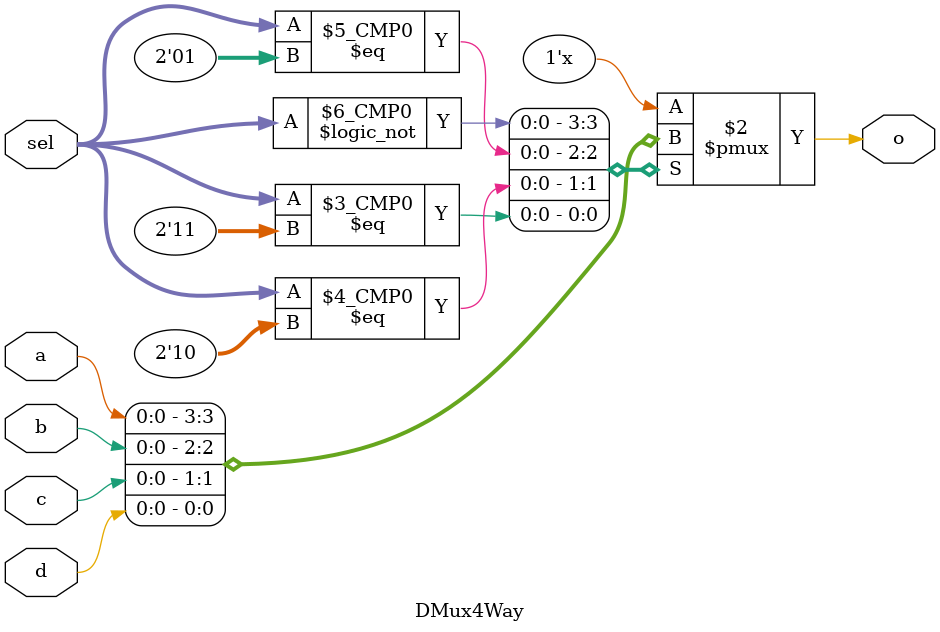
<source format=v>
module DMux4Way (
    input wire [1:0] sel,
    input wire a, b, c, d,
    output reg o
);

always @(*) begin
    case (sel)
        2'b00: o = a;
        2'b01: o = b;
        2'b10: o = c;
        2'b11: o = d; 
        default: o = 0;
    endcase
end
    
endmodule
</source>
